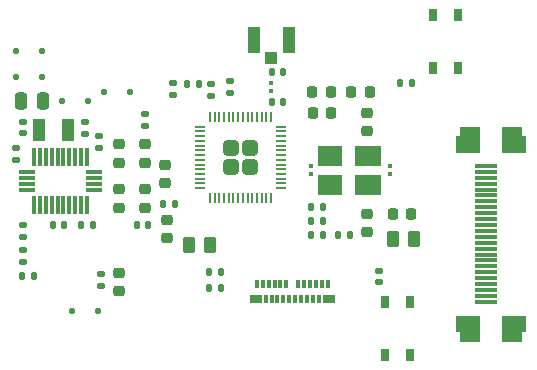
<source format=gbr>
%TF.GenerationSoftware,KiCad,Pcbnew,8.0.8*%
<<<<<<<< HEAD:Hardware/Gen3/OuterBoard/3.1/gerbers/OuterBoard_rev3.1-F_Paste.gbr
%TF.CreationDate,2025-02-18T00:43:55-08:00*%
========
%TF.CreationDate,2025-02-23T23:13:28-08:00*%
>>>>>>>> dcdd3553d01e5dd57f0d42a69398edb20d40e92e:Hardware/FabQuotes/JLCGen3/Gerber/OuterBoard_rev3.1-F_Paste.gbr
%TF.ProjectId,OuterBoard_rev3.1,4f757465-7242-46f6-9172-645f72657633,rev?*%
%TF.SameCoordinates,Original*%
%TF.FileFunction,Paste,Top*%
%TF.FilePolarity,Positive*%
%FSLAX46Y46*%
G04 Gerber Fmt 4.6, Leading zero omitted, Abs format (unit mm)*
<<<<<<<< HEAD:Hardware/Gen3/OuterBoard/3.1/gerbers/OuterBoard_rev3.1-F_Paste.gbr
G04 Created by KiCad (PCBNEW 8.0.8) date 2025-02-18 00:43:55*
========
G04 Created by KiCad (PCBNEW 8.0.8) date 2025-02-23 23:13:28*
>>>>>>>> dcdd3553d01e5dd57f0d42a69398edb20d40e92e:Hardware/FabQuotes/JLCGen3/Gerber/OuterBoard_rev3.1-F_Paste.gbr
%MOMM*%
%LPD*%
G01*
G04 APERTURE LIST*
G04 Aperture macros list*
%AMRoundRect*
0 Rectangle with rounded corners*
0 $1 Rounding radius*
0 $2 $3 $4 $5 $6 $7 $8 $9 X,Y pos of 4 corners*
0 Add a 4 corners polygon primitive as box body*
4,1,4,$2,$3,$4,$5,$6,$7,$8,$9,$2,$3,0*
0 Add four circle primitives for the rounded corners*
1,1,$1+$1,$2,$3*
1,1,$1+$1,$4,$5*
1,1,$1+$1,$6,$7*
1,1,$1+$1,$8,$9*
0 Add four rect primitives between the rounded corners*
20,1,$1+$1,$2,$3,$4,$5,0*
20,1,$1+$1,$4,$5,$6,$7,0*
20,1,$1+$1,$6,$7,$8,$9,0*
20,1,$1+$1,$8,$9,$2,$3,0*%
G04 Aperture macros list end*
%ADD10C,0.010000*%
%ADD11R,2.294000X1.682000*%
%ADD12R,2.040000X1.682000*%
%ADD13R,0.711200X0.990600*%
%ADD14RoundRect,0.225000X-0.225000X-0.250000X0.225000X-0.250000X0.225000X0.250000X-0.225000X0.250000X0*%
%ADD15RoundRect,0.079500X0.100500X-0.079500X0.100500X0.079500X-0.100500X0.079500X-0.100500X-0.079500X0*%
%ADD16RoundRect,0.140000X-0.170000X0.140000X-0.170000X-0.140000X0.170000X-0.140000X0.170000X0.140000X0*%
%ADD17RoundRect,0.225000X0.250000X-0.225000X0.250000X0.225000X-0.250000X0.225000X-0.250000X-0.225000X0*%
%ADD18RoundRect,0.140000X0.170000X-0.140000X0.170000X0.140000X-0.170000X0.140000X-0.170000X-0.140000X0*%
%ADD19RoundRect,0.225000X-0.250000X0.225000X-0.250000X-0.225000X0.250000X-0.225000X0.250000X0.225000X0*%
%ADD20R,1.050000X2.200000*%
%ADD21R,1.050000X1.000000*%
%ADD22RoundRect,0.135000X0.135000X0.185000X-0.135000X0.185000X-0.135000X-0.185000X0.135000X-0.185000X0*%
%ADD23RoundRect,0.218750X0.256250X-0.218750X0.256250X0.218750X-0.256250X0.218750X-0.256250X-0.218750X0*%
%ADD24RoundRect,0.135000X-0.135000X-0.185000X0.135000X-0.185000X0.135000X0.185000X-0.135000X0.185000X0*%
%ADD25R,1.968000X0.312000*%
%ADD26R,1.968000X0.300000*%
%ADD27RoundRect,0.079500X-0.100500X0.079500X-0.100500X-0.079500X0.100500X-0.079500X0.100500X0.079500X0*%
%ADD28RoundRect,0.125000X-0.125000X0.125000X-0.125000X-0.125000X0.125000X-0.125000X0.125000X0.125000X0*%
%ADD29RoundRect,0.135000X0.185000X-0.135000X0.185000X0.135000X-0.185000X0.135000X-0.185000X-0.135000X0*%
%ADD30RoundRect,0.125000X0.125000X0.125000X-0.125000X0.125000X-0.125000X-0.125000X0.125000X-0.125000X0*%
%ADD31RoundRect,0.218750X-0.256250X0.218750X-0.256250X-0.218750X0.256250X-0.218750X0.256250X0.218750X0*%
%ADD32RoundRect,0.250000X0.262500X0.450000X-0.262500X0.450000X-0.262500X-0.450000X0.262500X-0.450000X0*%
%ADD33RoundRect,0.140000X-0.140000X-0.170000X0.140000X-0.170000X0.140000X0.170000X-0.140000X0.170000X0*%
%ADD34RoundRect,0.140000X0.140000X0.170000X-0.140000X0.170000X-0.140000X-0.170000X0.140000X-0.170000X0*%
%ADD35R,0.300000X1.494000*%
%ADD36R,1.456000X0.300000*%
%ADD37RoundRect,0.135000X-0.185000X0.135000X-0.185000X-0.135000X0.185000X-0.135000X0.185000X0.135000X0*%
%ADD38RoundRect,0.125000X-0.125000X-0.125000X0.125000X-0.125000X0.125000X0.125000X-0.125000X0.125000X0*%
%ADD39R,1.100000X1.900000*%
%ADD40RoundRect,0.250000X0.250000X0.475000X-0.250000X0.475000X-0.250000X-0.475000X0.250000X-0.475000X0*%
%ADD41RoundRect,0.225000X0.225000X0.250000X-0.225000X0.250000X-0.225000X-0.250000X0.225000X-0.250000X0*%
%ADD42RoundRect,0.249999X-0.395001X0.395001X-0.395001X-0.395001X0.395001X-0.395001X0.395001X0.395001X0*%
%ADD43RoundRect,0.050000X-0.050000X0.387500X-0.050000X-0.387500X0.050000X-0.387500X0.050000X0.387500X0*%
%ADD44RoundRect,0.050000X-0.387500X0.050000X-0.387500X-0.050000X0.387500X-0.050000X0.387500X0.050000X0*%
%ADD45R,0.330200X0.762000*%
%ADD46R,1.041400X0.762000*%
G04 APERTURE END LIST*
D10*
%TO.C,J10*%
X151587500Y-103766600D02*
X149987500Y-103766600D01*
X149987500Y-102966600D01*
X149637500Y-102966600D01*
X149637500Y-101666600D01*
X151587500Y-101666600D01*
X151587500Y-103766600D01*
G36*
X151587500Y-103766600D02*
G01*
X149987500Y-103766600D01*
X149987500Y-102966600D01*
X149637500Y-102966600D01*
X149637500Y-101666600D01*
X151587500Y-101666600D01*
X151587500Y-103766600D01*
G37*
X151587500Y-87766600D02*
X149637500Y-87766600D01*
X149637500Y-86466600D01*
X149987500Y-86466600D01*
X149987500Y-85666600D01*
X151587500Y-85666600D01*
X151587500Y-87766600D01*
G36*
X151587500Y-87766600D02*
G01*
X149637500Y-87766600D01*
X149637500Y-86466600D01*
X149987500Y-86466600D01*
X149987500Y-85666600D01*
X151587500Y-85666600D01*
X151587500Y-87766600D01*
G37*
X155448500Y-102967600D02*
X155098500Y-102967600D01*
X155098500Y-103767600D01*
X153498500Y-103767600D01*
X153498500Y-101667600D01*
X155448500Y-101667600D01*
X155448500Y-102967600D01*
G36*
X155448500Y-102967600D02*
G01*
X155098500Y-102967600D01*
X155098500Y-103767600D01*
X153498500Y-103767600D01*
X153498500Y-101667600D01*
X155448500Y-101667600D01*
X155448500Y-102967600D01*
G37*
X155098500Y-86467600D02*
X155448500Y-86467600D01*
X155448500Y-87767600D01*
X153498500Y-87767600D01*
X153498500Y-85667600D01*
X155098500Y-85667600D01*
X155098500Y-86467600D01*
G36*
X155098500Y-86467600D02*
G01*
X155448500Y-86467600D01*
X155448500Y-87767600D01*
X153498500Y-87767600D01*
X153498500Y-85667600D01*
X155098500Y-85667600D01*
X155098500Y-86467600D01*
G37*
%TD*%
D11*
%TO.C,Y2*%
X142155800Y-88158400D03*
D12*
X138988800Y-88158400D03*
X138988800Y-90540400D03*
D11*
X142155800Y-90540400D03*
%TD*%
D13*
%TO.C,SW3*%
X143611600Y-105003600D03*
X143611600Y-100503598D03*
X145761598Y-105003600D03*
X145761598Y-100503598D03*
%TD*%
%TO.C,SW1*%
X147667401Y-80659801D03*
X147667401Y-76159799D03*
X149817399Y-80659801D03*
X149817399Y-76159799D03*
%TD*%
D14*
%TO.C,C32*%
X137464200Y-82677000D03*
X139014200Y-82677000D03*
%TD*%
D15*
%TO.C,C43*%
X137320000Y-89645000D03*
X137320000Y-88955000D03*
%TD*%
D16*
%TO.C,R13*%
X143078200Y-97868800D03*
X143078200Y-98828800D03*
%TD*%
D17*
%TO.C,C9*%
X142138400Y-86030400D03*
X142138400Y-84480400D03*
%TD*%
D18*
%TO.C,C31*%
X118217000Y-86230400D03*
X118217000Y-85270400D03*
%TD*%
D19*
%TO.C,C40*%
X123266200Y-87144600D03*
X123266200Y-88694600D03*
%TD*%
D20*
%TO.C,ANT1*%
X132535000Y-78335000D03*
X135485000Y-78335000D03*
D21*
X134010000Y-79860000D03*
%TD*%
D19*
%TO.C,C39*%
X121132600Y-87144600D03*
X121132600Y-88694600D03*
%TD*%
D22*
%TO.C,R21*%
X129743200Y-99314000D03*
X128723200Y-99314000D03*
%TD*%
D23*
%TO.C,D8*%
X121107200Y-99568100D03*
X121107200Y-97993100D03*
%TD*%
D19*
%TO.C,C37*%
X125145800Y-93560600D03*
X125145800Y-95110600D03*
%TD*%
D24*
%TO.C,R6*%
X139670600Y-94818200D03*
X140690600Y-94818200D03*
%TD*%
D25*
%TO.C,J10*%
X152171500Y-88972600D03*
D26*
X152171500Y-89466600D03*
X152171500Y-89966600D03*
X152171500Y-90466600D03*
X152171500Y-90966600D03*
X152171500Y-91466600D03*
X152171500Y-91966600D03*
X152171500Y-92466600D03*
X152171500Y-92966600D03*
X152171500Y-93466600D03*
X152171500Y-93966600D03*
X152171500Y-94466600D03*
X152171500Y-94966600D03*
X152171500Y-95466600D03*
X152171500Y-95966600D03*
X152171500Y-96466600D03*
X152171500Y-96966600D03*
X152171500Y-97466600D03*
X152171500Y-97966600D03*
X152171500Y-98466600D03*
X152171500Y-98966600D03*
X152171500Y-99466600D03*
X152171500Y-99966600D03*
X152171500Y-100466600D03*
%TD*%
D27*
%TO.C,C45*%
X144060000Y-88995000D03*
X144060000Y-89685000D03*
%TD*%
D28*
%TO.C,D2*%
X114554000Y-79222600D03*
X114554000Y-81422600D03*
%TD*%
D29*
%TO.C,R3*%
X128879600Y-83009200D03*
X128879600Y-81989200D03*
%TD*%
D14*
%TO.C,C42*%
X137502600Y-84505800D03*
X139052600Y-84505800D03*
%TD*%
D30*
%TO.C,D3*%
X118516400Y-83464400D03*
X116316400Y-83464400D03*
%TD*%
D29*
%TO.C,R20*%
X125704600Y-82983800D03*
X125704600Y-81963800D03*
%TD*%
D22*
%TO.C,R7*%
X138379200Y-93624400D03*
X137359200Y-93624400D03*
%TD*%
%TO.C,R26*%
X129743200Y-97967800D03*
X128723200Y-97967800D03*
%TD*%
D31*
%TO.C,D9*%
X124993400Y-88849200D03*
X124993400Y-90424200D03*
%TD*%
D18*
%TO.C,C30*%
X112933800Y-86207600D03*
X112933800Y-85247600D03*
%TD*%
D32*
%TO.C,R8*%
X128832500Y-95680000D03*
X127007500Y-95680000D03*
%TD*%
D33*
%TO.C,C29*%
X115521800Y-94005400D03*
X116481800Y-94005400D03*
%TD*%
D34*
%TO.C,C41*%
X123593800Y-93954600D03*
X122633800Y-93954600D03*
%TD*%
D19*
%TO.C,C36*%
X121132600Y-90954600D03*
X121132600Y-92504600D03*
%TD*%
D22*
%TO.C,R22*%
X113893600Y-98272600D03*
X112873600Y-98272600D03*
%TD*%
D24*
%TO.C,R31*%
X137361200Y-92456000D03*
X138381200Y-92456000D03*
%TD*%
D17*
%TO.C,C18*%
X142087600Y-94577200D03*
X142087600Y-93027200D03*
%TD*%
D24*
%TO.C,R9*%
X137361200Y-94792800D03*
X138381200Y-94792800D03*
%TD*%
D32*
%TO.C,R10*%
X146098900Y-95123000D03*
X144273900Y-95123000D03*
%TD*%
D33*
%TO.C,R14*%
X144909600Y-81965800D03*
X145869600Y-81965800D03*
%TD*%
D22*
%TO.C,R18*%
X118924800Y-94005400D03*
X117904800Y-94005400D03*
%TD*%
D35*
%TO.C,U8*%
X113900200Y-88184200D03*
D36*
X113322200Y-89481200D03*
X113322200Y-89981200D03*
X113322200Y-90481200D03*
X113322200Y-90981200D03*
D35*
X113900200Y-92278200D03*
X114400200Y-92278200D03*
X114900200Y-92278200D03*
X115400200Y-92278200D03*
X115900200Y-92278200D03*
X116400200Y-92278200D03*
X116900200Y-92278200D03*
X117400200Y-92278200D03*
X117900200Y-92278200D03*
X118400200Y-92278200D03*
D36*
X118978200Y-90981200D03*
X118978200Y-90481200D03*
X118978200Y-89981200D03*
X118978200Y-89481200D03*
D35*
X118400200Y-88184200D03*
X117900200Y-88184200D03*
X117400200Y-88184200D03*
X116900200Y-88184200D03*
X116400200Y-88184200D03*
X115900200Y-88184200D03*
X115400200Y-88184200D03*
X114900200Y-88184200D03*
X114400200Y-88184200D03*
%TD*%
D15*
%TO.C,L1*%
X134010000Y-82605000D03*
X134010000Y-81915000D03*
%TD*%
D24*
%TO.C,R15*%
X124837000Y-92202000D03*
X125857000Y-92202000D03*
%TD*%
D37*
%TO.C,R16*%
X112953800Y-96060800D03*
X112953800Y-97080800D03*
%TD*%
D22*
%TO.C,R2*%
X127840200Y-81991200D03*
X126820200Y-81991200D03*
%TD*%
D28*
%TO.C,D1*%
X112420400Y-79222600D03*
X112420400Y-81422600D03*
%TD*%
D33*
%TO.C,C35*%
X134015600Y-83515200D03*
X134975600Y-83515200D03*
%TD*%
D29*
%TO.C,R23*%
X119583200Y-99114800D03*
X119583200Y-98094800D03*
%TD*%
D14*
%TO.C,C17*%
X140779200Y-82677000D03*
X142329200Y-82677000D03*
%TD*%
D29*
%TO.C,R19*%
X130530600Y-82755200D03*
X130530600Y-81735200D03*
%TD*%
D38*
%TO.C,D5*%
X117162400Y-101244400D03*
X119362400Y-101244400D03*
%TD*%
D37*
%TO.C,R17*%
X112953800Y-93927200D03*
X112953800Y-94947200D03*
%TD*%
D39*
%TO.C,Y1*%
X116820000Y-85928200D03*
X114320000Y-85928200D03*
%TD*%
D40*
%TO.C,C1*%
X114691200Y-83464400D03*
X112791200Y-83464400D03*
%TD*%
D33*
%TO.C,C33*%
X134015600Y-81000000D03*
X134975600Y-81000000D03*
%TD*%
D30*
%TO.C,D4*%
X121996200Y-82727800D03*
X119796200Y-82727800D03*
%TD*%
D37*
%TO.C,R12*%
X119380000Y-86459600D03*
X119380000Y-87479600D03*
%TD*%
D19*
%TO.C,C34*%
X123266200Y-90954600D03*
X123266200Y-92504600D03*
%TD*%
D37*
%TO.C,R11*%
X123342400Y-84556600D03*
X123342400Y-85576600D03*
%TD*%
D18*
%TO.C,C28*%
X112420400Y-88440200D03*
X112420400Y-87480200D03*
%TD*%
D41*
%TO.C,C15*%
X145822000Y-93014800D03*
X144272000Y-93014800D03*
%TD*%
D42*
%TO.C,U9*%
X132187500Y-87448800D03*
X130587500Y-87448800D03*
X132187500Y-89048800D03*
X130587500Y-89048800D03*
D43*
X133987500Y-84811300D03*
X133587500Y-84811300D03*
X133187500Y-84811300D03*
X132787500Y-84811300D03*
X132387500Y-84811300D03*
X131987500Y-84811300D03*
X131587500Y-84811300D03*
X131187500Y-84811300D03*
X130787500Y-84811300D03*
X130387500Y-84811300D03*
X129987500Y-84811300D03*
X129587500Y-84811300D03*
X129187500Y-84811300D03*
X128787500Y-84811300D03*
D44*
X127950000Y-85648800D03*
X127950000Y-86048800D03*
X127950000Y-86448800D03*
X127950000Y-86848800D03*
X127950000Y-87248800D03*
X127950000Y-87648800D03*
X127950000Y-88048800D03*
X127950000Y-88448800D03*
X127950000Y-88848800D03*
X127950000Y-89248800D03*
X127950000Y-89648800D03*
X127950000Y-90048800D03*
X127950000Y-90448800D03*
X127950000Y-90848800D03*
D43*
X128787500Y-91686300D03*
X129187500Y-91686300D03*
X129587500Y-91686300D03*
X129987500Y-91686300D03*
X130387500Y-91686300D03*
X130787500Y-91686300D03*
X131187500Y-91686300D03*
X131587500Y-91686300D03*
X131987500Y-91686300D03*
X132387500Y-91686300D03*
X132787500Y-91686300D03*
X133187500Y-91686300D03*
X133587500Y-91686300D03*
X133987500Y-91686300D03*
D44*
X134825000Y-90848800D03*
X134825000Y-90448800D03*
X134825000Y-90048800D03*
X134825000Y-89648800D03*
X134825000Y-89248800D03*
X134825000Y-88848800D03*
X134825000Y-88448800D03*
X134825000Y-88048800D03*
X134825000Y-87648800D03*
X134825000Y-87248800D03*
X134825000Y-86848800D03*
X134825000Y-86448800D03*
X134825000Y-86048800D03*
X134825000Y-85648800D03*
%TD*%
D45*
%TO.C,J5*%
X132770000Y-98940299D03*
X133269999Y-98940299D03*
X133770001Y-98940299D03*
X134270000Y-98940299D03*
X134769999Y-98940299D03*
X135270000Y-98940299D03*
X136270000Y-98940299D03*
X136770001Y-98940299D03*
X137270000Y-98940299D03*
X137769999Y-98940299D03*
X138270001Y-98940299D03*
X138770000Y-98940299D03*
D46*
X132670000Y-100240301D03*
D45*
X133519999Y-100240301D03*
X134020001Y-100240301D03*
X134520000Y-100240301D03*
X135019999Y-100240301D03*
X135520000Y-100240301D03*
X136020000Y-100240301D03*
X136520001Y-100240301D03*
X137020000Y-100240301D03*
X137519999Y-100240301D03*
X138020001Y-100240301D03*
D46*
X138870000Y-100240301D03*
%TD*%
M02*

</source>
